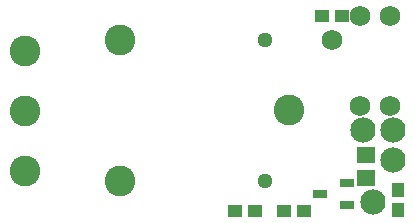
<source format=gbr>
G04 DipTrace 2.4.0.2*
%INTopMask.gbr*%
%MOIN*%
%ADD18O,0.083X0.08*%
%ADD37R,0.0473X0.0434*%
%ADD39R,0.0631X0.0552*%
%ADD41R,0.0434X0.0473*%
%ADD43R,0.0453X0.0296*%
%ADD45C,0.069*%
%ADD47C,0.069*%
%ADD49C,0.084*%
%ADD51C,0.0512*%
%ADD53C,0.1024*%
%FSLAX44Y44*%
G04*
G70*
G90*
G75*
G01*
%LNTopMask*%
%LPD*%
D53*
X10112Y12412D3*
Y7688D3*
D51*
X14955Y12412D3*
Y7688D3*
D53*
X15742Y10050D3*
X6952Y12042D3*
Y10042D3*
Y8042D3*
D49*
X19202Y9392D3*
Y8392D3*
D47*
X18120Y10203D3*
X19120D3*
Y13203D3*
X18120D3*
D45*
X17162Y12412D3*
D43*
X17682Y6892D3*
Y7640D3*
X16776Y7266D3*
D49*
X18532Y7002D3*
D41*
X19362Y6732D3*
Y7402D3*
D39*
X18322Y7802D3*
Y8550D3*
D49*
X18222Y9392D3*
D37*
X16832Y13202D3*
X17501D3*
X15567Y6692D3*
X16236D3*
X13952D3*
X14621D3*
D18*
X19207Y9392D3*
Y8402D3*
M02*

</source>
